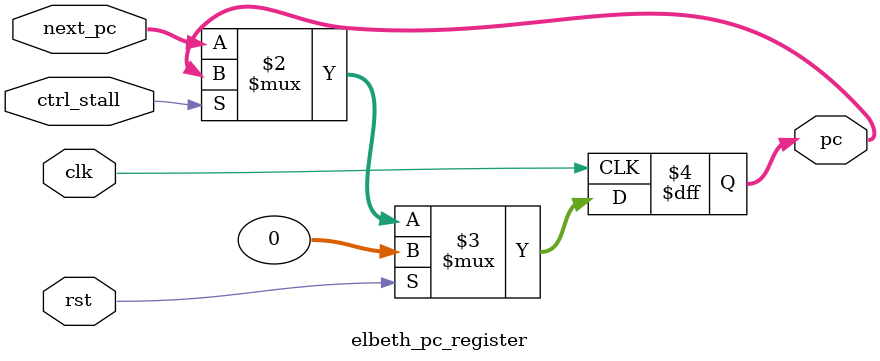
<source format=v>
`timescale 1ns / 1ps
module elbeth_pc_register(
	 input						clk,
	 input						rst,
	 input						ctrl_stall,
    input [31:0] 				next_pc,
    output reg [31:0]	 	pc
    );

	always @(posedge clk) begin
		pc <= (rst) ? 32'b0 : ((ctrl_stall) ? pc : next_pc);
	end

endmodule	//elbeth_pc_register

</source>
